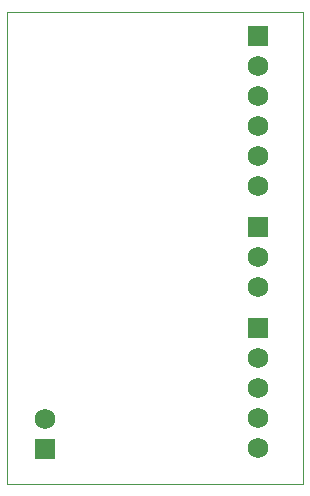
<source format=gbs>
G75*
%MOIN*%
%OFA0B0*%
%FSLAX25Y25*%
%IPPOS*%
%LPD*%
%AMOC8*
5,1,8,0,0,1.08239X$1,22.5*
%
%ADD10C,0.00000*%
%ADD11R,0.06900X0.06900*%
%ADD12C,0.06900*%
D10*
X0037739Y0009674D02*
X0037739Y0167154D01*
X0136164Y0167154D01*
X0136164Y0009674D01*
X0037739Y0009674D01*
D11*
X0050337Y0021485D03*
X0121203Y0061643D03*
X0121203Y0095501D03*
X0121203Y0159083D03*
D12*
X0121203Y0149083D03*
X0121203Y0139083D03*
X0121203Y0129083D03*
X0121203Y0119083D03*
X0121203Y0109083D03*
X0121203Y0085501D03*
X0121203Y0075501D03*
X0121203Y0051643D03*
X0121203Y0041643D03*
X0121203Y0031643D03*
X0121203Y0021643D03*
X0050337Y0031485D03*
M02*

</source>
